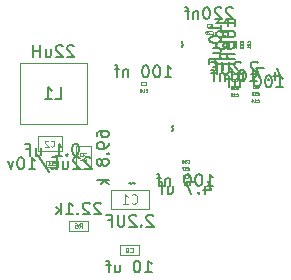
<source format=gbr>
G04 #@! TF.GenerationSoftware,KiCad,Pcbnew,9.0.4*
G04 #@! TF.CreationDate,2025-10-13T14:39:45-04:00*
G04 #@! TF.ProjectId,bldc motor controller,626c6463-206d-46f7-946f-7220636f6e74,rev?*
G04 #@! TF.SameCoordinates,Original*
G04 #@! TF.FileFunction,AssemblyDrawing,Bot*
%FSLAX46Y46*%
G04 Gerber Fmt 4.6, Leading zero omitted, Abs format (unit mm)*
G04 Created by KiCad (PCBNEW 9.0.4) date 2025-10-13 14:39:45*
%MOMM*%
%LPD*%
G01*
G04 APERTURE LIST*
%ADD10C,0.150000*%
%ADD11C,0.040000*%
%ADD12C,0.060000*%
%ADD13C,0.080000*%
%ADD14C,0.120000*%
%ADD15C,0.100000*%
G04 APERTURE END LIST*
D10*
X153052380Y-82650057D02*
X153004761Y-82602438D01*
X153004761Y-82602438D02*
X152909523Y-82554819D01*
X152909523Y-82554819D02*
X152671428Y-82554819D01*
X152671428Y-82554819D02*
X152576190Y-82602438D01*
X152576190Y-82602438D02*
X152528571Y-82650057D01*
X152528571Y-82650057D02*
X152480952Y-82745295D01*
X152480952Y-82745295D02*
X152480952Y-82840533D01*
X152480952Y-82840533D02*
X152528571Y-82983390D01*
X152528571Y-82983390D02*
X153099999Y-83554819D01*
X153099999Y-83554819D02*
X152480952Y-83554819D01*
X152052380Y-83459580D02*
X152004761Y-83507200D01*
X152004761Y-83507200D02*
X152052380Y-83554819D01*
X152052380Y-83554819D02*
X152099999Y-83507200D01*
X152099999Y-83507200D02*
X152052380Y-83459580D01*
X152052380Y-83459580D02*
X152052380Y-83554819D01*
X151623809Y-82650057D02*
X151576190Y-82602438D01*
X151576190Y-82602438D02*
X151480952Y-82554819D01*
X151480952Y-82554819D02*
X151242857Y-82554819D01*
X151242857Y-82554819D02*
X151147619Y-82602438D01*
X151147619Y-82602438D02*
X151100000Y-82650057D01*
X151100000Y-82650057D02*
X151052381Y-82745295D01*
X151052381Y-82745295D02*
X151052381Y-82840533D01*
X151052381Y-82840533D02*
X151100000Y-82983390D01*
X151100000Y-82983390D02*
X151671428Y-83554819D01*
X151671428Y-83554819D02*
X151052381Y-83554819D01*
X150623809Y-82554819D02*
X150623809Y-83364342D01*
X150623809Y-83364342D02*
X150576190Y-83459580D01*
X150576190Y-83459580D02*
X150528571Y-83507200D01*
X150528571Y-83507200D02*
X150433333Y-83554819D01*
X150433333Y-83554819D02*
X150242857Y-83554819D01*
X150242857Y-83554819D02*
X150147619Y-83507200D01*
X150147619Y-83507200D02*
X150100000Y-83459580D01*
X150100000Y-83459580D02*
X150052381Y-83364342D01*
X150052381Y-83364342D02*
X150052381Y-82554819D01*
X149242857Y-83031009D02*
X149576190Y-83031009D01*
X149576190Y-83554819D02*
X149576190Y-82554819D01*
X149576190Y-82554819D02*
X149100000Y-82554819D01*
D11*
X151260714Y-84809765D02*
X151272618Y-84821670D01*
X151272618Y-84821670D02*
X151308333Y-84833574D01*
X151308333Y-84833574D02*
X151332142Y-84833574D01*
X151332142Y-84833574D02*
X151367856Y-84821670D01*
X151367856Y-84821670D02*
X151391666Y-84797860D01*
X151391666Y-84797860D02*
X151403571Y-84774050D01*
X151403571Y-84774050D02*
X151415475Y-84726431D01*
X151415475Y-84726431D02*
X151415475Y-84690717D01*
X151415475Y-84690717D02*
X151403571Y-84643098D01*
X151403571Y-84643098D02*
X151391666Y-84619289D01*
X151391666Y-84619289D02*
X151367856Y-84595479D01*
X151367856Y-84595479D02*
X151332142Y-84583574D01*
X151332142Y-84583574D02*
X151308333Y-84583574D01*
X151308333Y-84583574D02*
X151272618Y-84595479D01*
X151272618Y-84595479D02*
X151260714Y-84607384D01*
X151022618Y-84833574D02*
X151165475Y-84833574D01*
X151094047Y-84833574D02*
X151094047Y-84583574D01*
X151094047Y-84583574D02*
X151117856Y-84619289D01*
X151117856Y-84619289D02*
X151141666Y-84643098D01*
X151141666Y-84643098D02*
X151165475Y-84655003D01*
X150939285Y-84583574D02*
X150784523Y-84583574D01*
X150784523Y-84583574D02*
X150867857Y-84678812D01*
X150867857Y-84678812D02*
X150832142Y-84678812D01*
X150832142Y-84678812D02*
X150808333Y-84690717D01*
X150808333Y-84690717D02*
X150796428Y-84702622D01*
X150796428Y-84702622D02*
X150784523Y-84726431D01*
X150784523Y-84726431D02*
X150784523Y-84785955D01*
X150784523Y-84785955D02*
X150796428Y-84809765D01*
X150796428Y-84809765D02*
X150808333Y-84821670D01*
X150808333Y-84821670D02*
X150832142Y-84833574D01*
X150832142Y-84833574D02*
X150903571Y-84833574D01*
X150903571Y-84833574D02*
X150927380Y-84821670D01*
X150927380Y-84821670D02*
X150939285Y-84809765D01*
D10*
X143509524Y-100384819D02*
X144080952Y-100384819D01*
X143795238Y-100384819D02*
X143795238Y-99384819D01*
X143795238Y-99384819D02*
X143890476Y-99527676D01*
X143890476Y-99527676D02*
X143985714Y-99622914D01*
X143985714Y-99622914D02*
X144080952Y-99670533D01*
X142890476Y-99384819D02*
X142795238Y-99384819D01*
X142795238Y-99384819D02*
X142700000Y-99432438D01*
X142700000Y-99432438D02*
X142652381Y-99480057D01*
X142652381Y-99480057D02*
X142604762Y-99575295D01*
X142604762Y-99575295D02*
X142557143Y-99765771D01*
X142557143Y-99765771D02*
X142557143Y-100003866D01*
X142557143Y-100003866D02*
X142604762Y-100194342D01*
X142604762Y-100194342D02*
X142652381Y-100289580D01*
X142652381Y-100289580D02*
X142700000Y-100337200D01*
X142700000Y-100337200D02*
X142795238Y-100384819D01*
X142795238Y-100384819D02*
X142890476Y-100384819D01*
X142890476Y-100384819D02*
X142985714Y-100337200D01*
X142985714Y-100337200D02*
X143033333Y-100289580D01*
X143033333Y-100289580D02*
X143080952Y-100194342D01*
X143080952Y-100194342D02*
X143128571Y-100003866D01*
X143128571Y-100003866D02*
X143128571Y-99765771D01*
X143128571Y-99765771D02*
X143080952Y-99575295D01*
X143080952Y-99575295D02*
X143033333Y-99480057D01*
X143033333Y-99480057D02*
X142985714Y-99432438D01*
X142985714Y-99432438D02*
X142890476Y-99384819D01*
X140938095Y-99718152D02*
X140938095Y-100384819D01*
X141366666Y-99718152D02*
X141366666Y-100241961D01*
X141366666Y-100241961D02*
X141319047Y-100337200D01*
X141319047Y-100337200D02*
X141223809Y-100384819D01*
X141223809Y-100384819D02*
X141080952Y-100384819D01*
X141080952Y-100384819D02*
X140985714Y-100337200D01*
X140985714Y-100337200D02*
X140938095Y-100289580D01*
X140604761Y-99718152D02*
X140223809Y-99718152D01*
X140461904Y-100384819D02*
X140461904Y-99527676D01*
X140461904Y-99527676D02*
X140414285Y-99432438D01*
X140414285Y-99432438D02*
X140319047Y-99384819D01*
X140319047Y-99384819D02*
X140223809Y-99384819D01*
D12*
X142266666Y-98643832D02*
X142285714Y-98662880D01*
X142285714Y-98662880D02*
X142342856Y-98681927D01*
X142342856Y-98681927D02*
X142380952Y-98681927D01*
X142380952Y-98681927D02*
X142438095Y-98662880D01*
X142438095Y-98662880D02*
X142476190Y-98624784D01*
X142476190Y-98624784D02*
X142495237Y-98586689D01*
X142495237Y-98586689D02*
X142514285Y-98510499D01*
X142514285Y-98510499D02*
X142514285Y-98453356D01*
X142514285Y-98453356D02*
X142495237Y-98377165D01*
X142495237Y-98377165D02*
X142476190Y-98339070D01*
X142476190Y-98339070D02*
X142438095Y-98300975D01*
X142438095Y-98300975D02*
X142380952Y-98281927D01*
X142380952Y-98281927D02*
X142342856Y-98281927D01*
X142342856Y-98281927D02*
X142285714Y-98300975D01*
X142285714Y-98300975D02*
X142266666Y-98320022D01*
X142076190Y-98681927D02*
X141999999Y-98681927D01*
X141999999Y-98681927D02*
X141961904Y-98662880D01*
X141961904Y-98662880D02*
X141942856Y-98643832D01*
X141942856Y-98643832D02*
X141904761Y-98586689D01*
X141904761Y-98586689D02*
X141885714Y-98510499D01*
X141885714Y-98510499D02*
X141885714Y-98358118D01*
X141885714Y-98358118D02*
X141904761Y-98320022D01*
X141904761Y-98320022D02*
X141923809Y-98300975D01*
X141923809Y-98300975D02*
X141961904Y-98281927D01*
X141961904Y-98281927D02*
X142038095Y-98281927D01*
X142038095Y-98281927D02*
X142076190Y-98300975D01*
X142076190Y-98300975D02*
X142095237Y-98320022D01*
X142095237Y-98320022D02*
X142114285Y-98358118D01*
X142114285Y-98358118D02*
X142114285Y-98453356D01*
X142114285Y-98453356D02*
X142095237Y-98491451D01*
X142095237Y-98491451D02*
X142076190Y-98510499D01*
X142076190Y-98510499D02*
X142038095Y-98529546D01*
X142038095Y-98529546D02*
X141961904Y-98529546D01*
X141961904Y-98529546D02*
X141923809Y-98510499D01*
X141923809Y-98510499D02*
X141904761Y-98491451D01*
X141904761Y-98491451D02*
X141885714Y-98453356D01*
D10*
X148735714Y-93054819D02*
X149307142Y-93054819D01*
X149021428Y-93054819D02*
X149021428Y-92054819D01*
X149021428Y-92054819D02*
X149116666Y-92197676D01*
X149116666Y-92197676D02*
X149211904Y-92292914D01*
X149211904Y-92292914D02*
X149307142Y-92340533D01*
X148116666Y-92054819D02*
X148021428Y-92054819D01*
X148021428Y-92054819D02*
X147926190Y-92102438D01*
X147926190Y-92102438D02*
X147878571Y-92150057D01*
X147878571Y-92150057D02*
X147830952Y-92245295D01*
X147830952Y-92245295D02*
X147783333Y-92435771D01*
X147783333Y-92435771D02*
X147783333Y-92673866D01*
X147783333Y-92673866D02*
X147830952Y-92864342D01*
X147830952Y-92864342D02*
X147878571Y-92959580D01*
X147878571Y-92959580D02*
X147926190Y-93007200D01*
X147926190Y-93007200D02*
X148021428Y-93054819D01*
X148021428Y-93054819D02*
X148116666Y-93054819D01*
X148116666Y-93054819D02*
X148211904Y-93007200D01*
X148211904Y-93007200D02*
X148259523Y-92959580D01*
X148259523Y-92959580D02*
X148307142Y-92864342D01*
X148307142Y-92864342D02*
X148354761Y-92673866D01*
X148354761Y-92673866D02*
X148354761Y-92435771D01*
X148354761Y-92435771D02*
X148307142Y-92245295D01*
X148307142Y-92245295D02*
X148259523Y-92150057D01*
X148259523Y-92150057D02*
X148211904Y-92102438D01*
X148211904Y-92102438D02*
X148116666Y-92054819D01*
X147164285Y-92054819D02*
X147069047Y-92054819D01*
X147069047Y-92054819D02*
X146973809Y-92102438D01*
X146973809Y-92102438D02*
X146926190Y-92150057D01*
X146926190Y-92150057D02*
X146878571Y-92245295D01*
X146878571Y-92245295D02*
X146830952Y-92435771D01*
X146830952Y-92435771D02*
X146830952Y-92673866D01*
X146830952Y-92673866D02*
X146878571Y-92864342D01*
X146878571Y-92864342D02*
X146926190Y-92959580D01*
X146926190Y-92959580D02*
X146973809Y-93007200D01*
X146973809Y-93007200D02*
X147069047Y-93054819D01*
X147069047Y-93054819D02*
X147164285Y-93054819D01*
X147164285Y-93054819D02*
X147259523Y-93007200D01*
X147259523Y-93007200D02*
X147307142Y-92959580D01*
X147307142Y-92959580D02*
X147354761Y-92864342D01*
X147354761Y-92864342D02*
X147402380Y-92673866D01*
X147402380Y-92673866D02*
X147402380Y-92435771D01*
X147402380Y-92435771D02*
X147354761Y-92245295D01*
X147354761Y-92245295D02*
X147307142Y-92150057D01*
X147307142Y-92150057D02*
X147259523Y-92102438D01*
X147259523Y-92102438D02*
X147164285Y-92054819D01*
X145640475Y-92388152D02*
X145640475Y-93054819D01*
X145640475Y-92483390D02*
X145592856Y-92435771D01*
X145592856Y-92435771D02*
X145497618Y-92388152D01*
X145497618Y-92388152D02*
X145354761Y-92388152D01*
X145354761Y-92388152D02*
X145259523Y-92435771D01*
X145259523Y-92435771D02*
X145211904Y-92531009D01*
X145211904Y-92531009D02*
X145211904Y-93054819D01*
X144878570Y-92388152D02*
X144497618Y-92388152D01*
X144735713Y-93054819D02*
X144735713Y-92197676D01*
X144735713Y-92197676D02*
X144688094Y-92102438D01*
X144688094Y-92102438D02*
X144592856Y-92054819D01*
X144592856Y-92054819D02*
X144497618Y-92054819D01*
D11*
X147110714Y-91069765D02*
X147122618Y-91081670D01*
X147122618Y-91081670D02*
X147158333Y-91093574D01*
X147158333Y-91093574D02*
X147182142Y-91093574D01*
X147182142Y-91093574D02*
X147217856Y-91081670D01*
X147217856Y-91081670D02*
X147241666Y-91057860D01*
X147241666Y-91057860D02*
X147253571Y-91034050D01*
X147253571Y-91034050D02*
X147265475Y-90986431D01*
X147265475Y-90986431D02*
X147265475Y-90950717D01*
X147265475Y-90950717D02*
X147253571Y-90903098D01*
X147253571Y-90903098D02*
X147241666Y-90879289D01*
X147241666Y-90879289D02*
X147217856Y-90855479D01*
X147217856Y-90855479D02*
X147182142Y-90843574D01*
X147182142Y-90843574D02*
X147158333Y-90843574D01*
X147158333Y-90843574D02*
X147122618Y-90855479D01*
X147122618Y-90855479D02*
X147110714Y-90867384D01*
X146872618Y-91093574D02*
X147015475Y-91093574D01*
X146944047Y-91093574D02*
X146944047Y-90843574D01*
X146944047Y-90843574D02*
X146967856Y-90879289D01*
X146967856Y-90879289D02*
X146991666Y-90903098D01*
X146991666Y-90903098D02*
X147015475Y-90915003D01*
X146658333Y-90843574D02*
X146705952Y-90843574D01*
X146705952Y-90843574D02*
X146729761Y-90855479D01*
X146729761Y-90855479D02*
X146741666Y-90867384D01*
X146741666Y-90867384D02*
X146765476Y-90903098D01*
X146765476Y-90903098D02*
X146777380Y-90950717D01*
X146777380Y-90950717D02*
X146777380Y-91045955D01*
X146777380Y-91045955D02*
X146765476Y-91069765D01*
X146765476Y-91069765D02*
X146753571Y-91081670D01*
X146753571Y-91081670D02*
X146729761Y-91093574D01*
X146729761Y-91093574D02*
X146682142Y-91093574D01*
X146682142Y-91093574D02*
X146658333Y-91081670D01*
X146658333Y-91081670D02*
X146646428Y-91069765D01*
X146646428Y-91069765D02*
X146634523Y-91045955D01*
X146634523Y-91045955D02*
X146634523Y-90986431D01*
X146634523Y-90986431D02*
X146646428Y-90962622D01*
X146646428Y-90962622D02*
X146658333Y-90950717D01*
X146658333Y-90950717D02*
X146682142Y-90938812D01*
X146682142Y-90938812D02*
X146729761Y-90938812D01*
X146729761Y-90938812D02*
X146753571Y-90950717D01*
X146753571Y-90950717D02*
X146765476Y-90962622D01*
X146765476Y-90962622D02*
X146777380Y-90986431D01*
D10*
X150926190Y-78025057D02*
X150878571Y-77977438D01*
X150878571Y-77977438D02*
X150783333Y-77929819D01*
X150783333Y-77929819D02*
X150545238Y-77929819D01*
X150545238Y-77929819D02*
X150450000Y-77977438D01*
X150450000Y-77977438D02*
X150402381Y-78025057D01*
X150402381Y-78025057D02*
X150354762Y-78120295D01*
X150354762Y-78120295D02*
X150354762Y-78215533D01*
X150354762Y-78215533D02*
X150402381Y-78358390D01*
X150402381Y-78358390D02*
X150973809Y-78929819D01*
X150973809Y-78929819D02*
X150354762Y-78929819D01*
X149973809Y-78025057D02*
X149926190Y-77977438D01*
X149926190Y-77977438D02*
X149830952Y-77929819D01*
X149830952Y-77929819D02*
X149592857Y-77929819D01*
X149592857Y-77929819D02*
X149497619Y-77977438D01*
X149497619Y-77977438D02*
X149450000Y-78025057D01*
X149450000Y-78025057D02*
X149402381Y-78120295D01*
X149402381Y-78120295D02*
X149402381Y-78215533D01*
X149402381Y-78215533D02*
X149450000Y-78358390D01*
X149450000Y-78358390D02*
X150021428Y-78929819D01*
X150021428Y-78929819D02*
X149402381Y-78929819D01*
X148783333Y-77929819D02*
X148688095Y-77929819D01*
X148688095Y-77929819D02*
X148592857Y-77977438D01*
X148592857Y-77977438D02*
X148545238Y-78025057D01*
X148545238Y-78025057D02*
X148497619Y-78120295D01*
X148497619Y-78120295D02*
X148450000Y-78310771D01*
X148450000Y-78310771D02*
X148450000Y-78548866D01*
X148450000Y-78548866D02*
X148497619Y-78739342D01*
X148497619Y-78739342D02*
X148545238Y-78834580D01*
X148545238Y-78834580D02*
X148592857Y-78882200D01*
X148592857Y-78882200D02*
X148688095Y-78929819D01*
X148688095Y-78929819D02*
X148783333Y-78929819D01*
X148783333Y-78929819D02*
X148878571Y-78882200D01*
X148878571Y-78882200D02*
X148926190Y-78834580D01*
X148926190Y-78834580D02*
X148973809Y-78739342D01*
X148973809Y-78739342D02*
X149021428Y-78548866D01*
X149021428Y-78548866D02*
X149021428Y-78310771D01*
X149021428Y-78310771D02*
X148973809Y-78120295D01*
X148973809Y-78120295D02*
X148926190Y-78025057D01*
X148926190Y-78025057D02*
X148878571Y-77977438D01*
X148878571Y-77977438D02*
X148783333Y-77929819D01*
X148021428Y-78263152D02*
X148021428Y-78929819D01*
X148021428Y-78358390D02*
X147973809Y-78310771D01*
X147973809Y-78310771D02*
X147878571Y-78263152D01*
X147878571Y-78263152D02*
X147735714Y-78263152D01*
X147735714Y-78263152D02*
X147640476Y-78310771D01*
X147640476Y-78310771D02*
X147592857Y-78406009D01*
X147592857Y-78406009D02*
X147592857Y-78929819D01*
X147259523Y-78263152D02*
X146878571Y-78263152D01*
X147116666Y-78929819D02*
X147116666Y-78072676D01*
X147116666Y-78072676D02*
X147069047Y-77977438D01*
X147069047Y-77977438D02*
X146973809Y-77929819D01*
X146973809Y-77929819D02*
X146878571Y-77929819D01*
D11*
X149110714Y-80184765D02*
X149122618Y-80196670D01*
X149122618Y-80196670D02*
X149158333Y-80208574D01*
X149158333Y-80208574D02*
X149182142Y-80208574D01*
X149182142Y-80208574D02*
X149217856Y-80196670D01*
X149217856Y-80196670D02*
X149241666Y-80172860D01*
X149241666Y-80172860D02*
X149253571Y-80149050D01*
X149253571Y-80149050D02*
X149265475Y-80101431D01*
X149265475Y-80101431D02*
X149265475Y-80065717D01*
X149265475Y-80065717D02*
X149253571Y-80018098D01*
X149253571Y-80018098D02*
X149241666Y-79994289D01*
X149241666Y-79994289D02*
X149217856Y-79970479D01*
X149217856Y-79970479D02*
X149182142Y-79958574D01*
X149182142Y-79958574D02*
X149158333Y-79958574D01*
X149158333Y-79958574D02*
X149122618Y-79970479D01*
X149122618Y-79970479D02*
X149110714Y-79982384D01*
X149015475Y-79982384D02*
X149003571Y-79970479D01*
X149003571Y-79970479D02*
X148979761Y-79958574D01*
X148979761Y-79958574D02*
X148920237Y-79958574D01*
X148920237Y-79958574D02*
X148896428Y-79970479D01*
X148896428Y-79970479D02*
X148884523Y-79982384D01*
X148884523Y-79982384D02*
X148872618Y-80006193D01*
X148872618Y-80006193D02*
X148872618Y-80030003D01*
X148872618Y-80030003D02*
X148884523Y-80065717D01*
X148884523Y-80065717D02*
X149027380Y-80208574D01*
X149027380Y-80208574D02*
X148872618Y-80208574D01*
X148717857Y-79958574D02*
X148694047Y-79958574D01*
X148694047Y-79958574D02*
X148670238Y-79970479D01*
X148670238Y-79970479D02*
X148658333Y-79982384D01*
X148658333Y-79982384D02*
X148646428Y-80006193D01*
X148646428Y-80006193D02*
X148634523Y-80053812D01*
X148634523Y-80053812D02*
X148634523Y-80113336D01*
X148634523Y-80113336D02*
X148646428Y-80160955D01*
X148646428Y-80160955D02*
X148658333Y-80184765D01*
X148658333Y-80184765D02*
X148670238Y-80196670D01*
X148670238Y-80196670D02*
X148694047Y-80208574D01*
X148694047Y-80208574D02*
X148717857Y-80208574D01*
X148717857Y-80208574D02*
X148741666Y-80196670D01*
X148741666Y-80196670D02*
X148753571Y-80184765D01*
X148753571Y-80184765D02*
X148765476Y-80160955D01*
X148765476Y-80160955D02*
X148777380Y-80113336D01*
X148777380Y-80113336D02*
X148777380Y-80053812D01*
X148777380Y-80053812D02*
X148765476Y-80006193D01*
X148765476Y-80006193D02*
X148753571Y-79982384D01*
X148753571Y-79982384D02*
X148741666Y-79970479D01*
X148741666Y-79970479D02*
X148717857Y-79958574D01*
D10*
X150554819Y-79527380D02*
X150554819Y-78955952D01*
X150554819Y-79241666D02*
X149554819Y-79241666D01*
X149554819Y-79241666D02*
X149697676Y-79146428D01*
X149697676Y-79146428D02*
X149792914Y-79051190D01*
X149792914Y-79051190D02*
X149840533Y-78955952D01*
X149554819Y-80146428D02*
X149554819Y-80241666D01*
X149554819Y-80241666D02*
X149602438Y-80336904D01*
X149602438Y-80336904D02*
X149650057Y-80384523D01*
X149650057Y-80384523D02*
X149745295Y-80432142D01*
X149745295Y-80432142D02*
X149935771Y-80479761D01*
X149935771Y-80479761D02*
X150173866Y-80479761D01*
X150173866Y-80479761D02*
X150364342Y-80432142D01*
X150364342Y-80432142D02*
X150459580Y-80384523D01*
X150459580Y-80384523D02*
X150507200Y-80336904D01*
X150507200Y-80336904D02*
X150554819Y-80241666D01*
X150554819Y-80241666D02*
X150554819Y-80146428D01*
X150554819Y-80146428D02*
X150507200Y-80051190D01*
X150507200Y-80051190D02*
X150459580Y-80003571D01*
X150459580Y-80003571D02*
X150364342Y-79955952D01*
X150364342Y-79955952D02*
X150173866Y-79908333D01*
X150173866Y-79908333D02*
X149935771Y-79908333D01*
X149935771Y-79908333D02*
X149745295Y-79955952D01*
X149745295Y-79955952D02*
X149650057Y-80003571D01*
X149650057Y-80003571D02*
X149602438Y-80051190D01*
X149602438Y-80051190D02*
X149554819Y-80146428D01*
X149554819Y-81098809D02*
X149554819Y-81194047D01*
X149554819Y-81194047D02*
X149602438Y-81289285D01*
X149602438Y-81289285D02*
X149650057Y-81336904D01*
X149650057Y-81336904D02*
X149745295Y-81384523D01*
X149745295Y-81384523D02*
X149935771Y-81432142D01*
X149935771Y-81432142D02*
X150173866Y-81432142D01*
X150173866Y-81432142D02*
X150364342Y-81384523D01*
X150364342Y-81384523D02*
X150459580Y-81336904D01*
X150459580Y-81336904D02*
X150507200Y-81289285D01*
X150507200Y-81289285D02*
X150554819Y-81194047D01*
X150554819Y-81194047D02*
X150554819Y-81098809D01*
X150554819Y-81098809D02*
X150507200Y-81003571D01*
X150507200Y-81003571D02*
X150459580Y-80955952D01*
X150459580Y-80955952D02*
X150364342Y-80908333D01*
X150364342Y-80908333D02*
X150173866Y-80860714D01*
X150173866Y-80860714D02*
X149935771Y-80860714D01*
X149935771Y-80860714D02*
X149745295Y-80908333D01*
X149745295Y-80908333D02*
X149650057Y-80955952D01*
X149650057Y-80955952D02*
X149602438Y-81003571D01*
X149602438Y-81003571D02*
X149554819Y-81098809D01*
X149888152Y-81860714D02*
X150554819Y-81860714D01*
X149983390Y-81860714D02*
X149935771Y-81908333D01*
X149935771Y-81908333D02*
X149888152Y-82003571D01*
X149888152Y-82003571D02*
X149888152Y-82146428D01*
X149888152Y-82146428D02*
X149935771Y-82241666D01*
X149935771Y-82241666D02*
X150031009Y-82289285D01*
X150031009Y-82289285D02*
X150554819Y-82289285D01*
X150031009Y-83098809D02*
X150031009Y-82765476D01*
X150554819Y-82765476D02*
X149554819Y-82765476D01*
X149554819Y-82765476D02*
X149554819Y-83241666D01*
D11*
X151809765Y-80914285D02*
X151821670Y-80902381D01*
X151821670Y-80902381D02*
X151833574Y-80866666D01*
X151833574Y-80866666D02*
X151833574Y-80842857D01*
X151833574Y-80842857D02*
X151821670Y-80807143D01*
X151821670Y-80807143D02*
X151797860Y-80783333D01*
X151797860Y-80783333D02*
X151774050Y-80771428D01*
X151774050Y-80771428D02*
X151726431Y-80759524D01*
X151726431Y-80759524D02*
X151690717Y-80759524D01*
X151690717Y-80759524D02*
X151643098Y-80771428D01*
X151643098Y-80771428D02*
X151619289Y-80783333D01*
X151619289Y-80783333D02*
X151595479Y-80807143D01*
X151595479Y-80807143D02*
X151583574Y-80842857D01*
X151583574Y-80842857D02*
X151583574Y-80866666D01*
X151583574Y-80866666D02*
X151595479Y-80902381D01*
X151595479Y-80902381D02*
X151607384Y-80914285D01*
X151607384Y-81009524D02*
X151595479Y-81021428D01*
X151595479Y-81021428D02*
X151583574Y-81045238D01*
X151583574Y-81045238D02*
X151583574Y-81104762D01*
X151583574Y-81104762D02*
X151595479Y-81128571D01*
X151595479Y-81128571D02*
X151607384Y-81140476D01*
X151607384Y-81140476D02*
X151631193Y-81152381D01*
X151631193Y-81152381D02*
X151655003Y-81152381D01*
X151655003Y-81152381D02*
X151690717Y-81140476D01*
X151690717Y-81140476D02*
X151833574Y-80997619D01*
X151833574Y-80997619D02*
X151833574Y-81152381D01*
X151583574Y-81235714D02*
X151583574Y-81390476D01*
X151583574Y-81390476D02*
X151678812Y-81307142D01*
X151678812Y-81307142D02*
X151678812Y-81342857D01*
X151678812Y-81342857D02*
X151690717Y-81366666D01*
X151690717Y-81366666D02*
X151702622Y-81378571D01*
X151702622Y-81378571D02*
X151726431Y-81390476D01*
X151726431Y-81390476D02*
X151785955Y-81390476D01*
X151785955Y-81390476D02*
X151809765Y-81378571D01*
X151809765Y-81378571D02*
X151821670Y-81366666D01*
X151821670Y-81366666D02*
X151833574Y-81342857D01*
X151833574Y-81342857D02*
X151833574Y-81271428D01*
X151833574Y-81271428D02*
X151821670Y-81247619D01*
X151821670Y-81247619D02*
X151809765Y-81235714D01*
D10*
X137488094Y-81250057D02*
X137440475Y-81202438D01*
X137440475Y-81202438D02*
X137345237Y-81154819D01*
X137345237Y-81154819D02*
X137107142Y-81154819D01*
X137107142Y-81154819D02*
X137011904Y-81202438D01*
X137011904Y-81202438D02*
X136964285Y-81250057D01*
X136964285Y-81250057D02*
X136916666Y-81345295D01*
X136916666Y-81345295D02*
X136916666Y-81440533D01*
X136916666Y-81440533D02*
X136964285Y-81583390D01*
X136964285Y-81583390D02*
X137535713Y-82154819D01*
X137535713Y-82154819D02*
X136916666Y-82154819D01*
X136535713Y-81250057D02*
X136488094Y-81202438D01*
X136488094Y-81202438D02*
X136392856Y-81154819D01*
X136392856Y-81154819D02*
X136154761Y-81154819D01*
X136154761Y-81154819D02*
X136059523Y-81202438D01*
X136059523Y-81202438D02*
X136011904Y-81250057D01*
X136011904Y-81250057D02*
X135964285Y-81345295D01*
X135964285Y-81345295D02*
X135964285Y-81440533D01*
X135964285Y-81440533D02*
X136011904Y-81583390D01*
X136011904Y-81583390D02*
X136583332Y-82154819D01*
X136583332Y-82154819D02*
X135964285Y-82154819D01*
X135107142Y-81488152D02*
X135107142Y-82154819D01*
X135535713Y-81488152D02*
X135535713Y-82011961D01*
X135535713Y-82011961D02*
X135488094Y-82107200D01*
X135488094Y-82107200D02*
X135392856Y-82154819D01*
X135392856Y-82154819D02*
X135249999Y-82154819D01*
X135249999Y-82154819D02*
X135154761Y-82107200D01*
X135154761Y-82107200D02*
X135107142Y-82059580D01*
X134630951Y-82154819D02*
X134630951Y-81154819D01*
X134630951Y-81631009D02*
X134059523Y-81631009D01*
X134059523Y-82154819D02*
X134059523Y-81154819D01*
X135916666Y-85704819D02*
X136392856Y-85704819D01*
X136392856Y-85704819D02*
X136392856Y-84704819D01*
X135059523Y-85704819D02*
X135630951Y-85704819D01*
X135345237Y-85704819D02*
X135345237Y-84704819D01*
X135345237Y-84704819D02*
X135440475Y-84847676D01*
X135440475Y-84847676D02*
X135535713Y-84942914D01*
X135535713Y-84942914D02*
X135630951Y-84990533D01*
X146716366Y-80813095D02*
X146668747Y-80860714D01*
X146668747Y-80860714D02*
X146621128Y-80955952D01*
X146621128Y-80955952D02*
X146716366Y-81146428D01*
X146716366Y-81146428D02*
X146668747Y-81241666D01*
X146668747Y-81241666D02*
X146621128Y-81289285D01*
X142669154Y-92873866D02*
X142621535Y-92826247D01*
X142621535Y-92826247D02*
X142526297Y-92778628D01*
X142526297Y-92778628D02*
X142335821Y-92873866D01*
X142335821Y-92873866D02*
X142240583Y-92826247D01*
X142240583Y-92826247D02*
X142192964Y-92778628D01*
X148592857Y-93038152D02*
X148592857Y-93704819D01*
X148830952Y-92657200D02*
X149069047Y-93371485D01*
X149069047Y-93371485D02*
X148450000Y-93371485D01*
X148069047Y-93609580D02*
X148021428Y-93657200D01*
X148021428Y-93657200D02*
X148069047Y-93704819D01*
X148069047Y-93704819D02*
X148116666Y-93657200D01*
X148116666Y-93657200D02*
X148069047Y-93609580D01*
X148069047Y-93609580D02*
X148069047Y-93704819D01*
X147688095Y-92704819D02*
X147021429Y-92704819D01*
X147021429Y-92704819D02*
X147450000Y-93704819D01*
X145450000Y-93038152D02*
X145450000Y-93704819D01*
X145878571Y-93038152D02*
X145878571Y-93561961D01*
X145878571Y-93561961D02*
X145830952Y-93657200D01*
X145830952Y-93657200D02*
X145735714Y-93704819D01*
X145735714Y-93704819D02*
X145592857Y-93704819D01*
X145592857Y-93704819D02*
X145497619Y-93657200D01*
X145497619Y-93657200D02*
X145450000Y-93609580D01*
X145116666Y-93038152D02*
X144735714Y-93038152D01*
X144973809Y-93704819D02*
X144973809Y-92847676D01*
X144973809Y-92847676D02*
X144926190Y-92752438D01*
X144926190Y-92752438D02*
X144830952Y-92704819D01*
X144830952Y-92704819D02*
X144735714Y-92704819D01*
D11*
X147110714Y-91719765D02*
X147122618Y-91731670D01*
X147122618Y-91731670D02*
X147158333Y-91743574D01*
X147158333Y-91743574D02*
X147182142Y-91743574D01*
X147182142Y-91743574D02*
X147217856Y-91731670D01*
X147217856Y-91731670D02*
X147241666Y-91707860D01*
X147241666Y-91707860D02*
X147253571Y-91684050D01*
X147253571Y-91684050D02*
X147265475Y-91636431D01*
X147265475Y-91636431D02*
X147265475Y-91600717D01*
X147265475Y-91600717D02*
X147253571Y-91553098D01*
X147253571Y-91553098D02*
X147241666Y-91529289D01*
X147241666Y-91529289D02*
X147217856Y-91505479D01*
X147217856Y-91505479D02*
X147182142Y-91493574D01*
X147182142Y-91493574D02*
X147158333Y-91493574D01*
X147158333Y-91493574D02*
X147122618Y-91505479D01*
X147122618Y-91505479D02*
X147110714Y-91517384D01*
X146872618Y-91743574D02*
X147015475Y-91743574D01*
X146944047Y-91743574D02*
X146944047Y-91493574D01*
X146944047Y-91493574D02*
X146967856Y-91529289D01*
X146967856Y-91529289D02*
X146991666Y-91553098D01*
X146991666Y-91553098D02*
X147015475Y-91565003D01*
X146789285Y-91493574D02*
X146622619Y-91493574D01*
X146622619Y-91493574D02*
X146729761Y-91743574D01*
D10*
X154635714Y-84704819D02*
X155207142Y-84704819D01*
X154921428Y-84704819D02*
X154921428Y-83704819D01*
X154921428Y-83704819D02*
X155016666Y-83847676D01*
X155016666Y-83847676D02*
X155111904Y-83942914D01*
X155111904Y-83942914D02*
X155207142Y-83990533D01*
X154016666Y-83704819D02*
X153921428Y-83704819D01*
X153921428Y-83704819D02*
X153826190Y-83752438D01*
X153826190Y-83752438D02*
X153778571Y-83800057D01*
X153778571Y-83800057D02*
X153730952Y-83895295D01*
X153730952Y-83895295D02*
X153683333Y-84085771D01*
X153683333Y-84085771D02*
X153683333Y-84323866D01*
X153683333Y-84323866D02*
X153730952Y-84514342D01*
X153730952Y-84514342D02*
X153778571Y-84609580D01*
X153778571Y-84609580D02*
X153826190Y-84657200D01*
X153826190Y-84657200D02*
X153921428Y-84704819D01*
X153921428Y-84704819D02*
X154016666Y-84704819D01*
X154016666Y-84704819D02*
X154111904Y-84657200D01*
X154111904Y-84657200D02*
X154159523Y-84609580D01*
X154159523Y-84609580D02*
X154207142Y-84514342D01*
X154207142Y-84514342D02*
X154254761Y-84323866D01*
X154254761Y-84323866D02*
X154254761Y-84085771D01*
X154254761Y-84085771D02*
X154207142Y-83895295D01*
X154207142Y-83895295D02*
X154159523Y-83800057D01*
X154159523Y-83800057D02*
X154111904Y-83752438D01*
X154111904Y-83752438D02*
X154016666Y-83704819D01*
X153064285Y-83704819D02*
X152969047Y-83704819D01*
X152969047Y-83704819D02*
X152873809Y-83752438D01*
X152873809Y-83752438D02*
X152826190Y-83800057D01*
X152826190Y-83800057D02*
X152778571Y-83895295D01*
X152778571Y-83895295D02*
X152730952Y-84085771D01*
X152730952Y-84085771D02*
X152730952Y-84323866D01*
X152730952Y-84323866D02*
X152778571Y-84514342D01*
X152778571Y-84514342D02*
X152826190Y-84609580D01*
X152826190Y-84609580D02*
X152873809Y-84657200D01*
X152873809Y-84657200D02*
X152969047Y-84704819D01*
X152969047Y-84704819D02*
X153064285Y-84704819D01*
X153064285Y-84704819D02*
X153159523Y-84657200D01*
X153159523Y-84657200D02*
X153207142Y-84609580D01*
X153207142Y-84609580D02*
X153254761Y-84514342D01*
X153254761Y-84514342D02*
X153302380Y-84323866D01*
X153302380Y-84323866D02*
X153302380Y-84085771D01*
X153302380Y-84085771D02*
X153254761Y-83895295D01*
X153254761Y-83895295D02*
X153207142Y-83800057D01*
X153207142Y-83800057D02*
X153159523Y-83752438D01*
X153159523Y-83752438D02*
X153064285Y-83704819D01*
X151540475Y-84038152D02*
X151540475Y-84704819D01*
X151540475Y-84133390D02*
X151492856Y-84085771D01*
X151492856Y-84085771D02*
X151397618Y-84038152D01*
X151397618Y-84038152D02*
X151254761Y-84038152D01*
X151254761Y-84038152D02*
X151159523Y-84085771D01*
X151159523Y-84085771D02*
X151111904Y-84181009D01*
X151111904Y-84181009D02*
X151111904Y-84704819D01*
X150778570Y-84038152D02*
X150397618Y-84038152D01*
X150635713Y-84704819D02*
X150635713Y-83847676D01*
X150635713Y-83847676D02*
X150588094Y-83752438D01*
X150588094Y-83752438D02*
X150492856Y-83704819D01*
X150492856Y-83704819D02*
X150397618Y-83704819D01*
D11*
X153010714Y-85959765D02*
X153022618Y-85971670D01*
X153022618Y-85971670D02*
X153058333Y-85983574D01*
X153058333Y-85983574D02*
X153082142Y-85983574D01*
X153082142Y-85983574D02*
X153117856Y-85971670D01*
X153117856Y-85971670D02*
X153141666Y-85947860D01*
X153141666Y-85947860D02*
X153153571Y-85924050D01*
X153153571Y-85924050D02*
X153165475Y-85876431D01*
X153165475Y-85876431D02*
X153165475Y-85840717D01*
X153165475Y-85840717D02*
X153153571Y-85793098D01*
X153153571Y-85793098D02*
X153141666Y-85769289D01*
X153141666Y-85769289D02*
X153117856Y-85745479D01*
X153117856Y-85745479D02*
X153082142Y-85733574D01*
X153082142Y-85733574D02*
X153058333Y-85733574D01*
X153058333Y-85733574D02*
X153022618Y-85745479D01*
X153022618Y-85745479D02*
X153010714Y-85757384D01*
X152772618Y-85983574D02*
X152915475Y-85983574D01*
X152844047Y-85983574D02*
X152844047Y-85733574D01*
X152844047Y-85733574D02*
X152867856Y-85769289D01*
X152867856Y-85769289D02*
X152891666Y-85793098D01*
X152891666Y-85793098D02*
X152915475Y-85805003D01*
X152558333Y-85816908D02*
X152558333Y-85983574D01*
X152617857Y-85721670D02*
X152677380Y-85900241D01*
X152677380Y-85900241D02*
X152522619Y-85900241D01*
D10*
X151154819Y-79527380D02*
X151154819Y-78955952D01*
X151154819Y-79241666D02*
X150154819Y-79241666D01*
X150154819Y-79241666D02*
X150297676Y-79146428D01*
X150297676Y-79146428D02*
X150392914Y-79051190D01*
X150392914Y-79051190D02*
X150440533Y-78955952D01*
X150154819Y-80146428D02*
X150154819Y-80241666D01*
X150154819Y-80241666D02*
X150202438Y-80336904D01*
X150202438Y-80336904D02*
X150250057Y-80384523D01*
X150250057Y-80384523D02*
X150345295Y-80432142D01*
X150345295Y-80432142D02*
X150535771Y-80479761D01*
X150535771Y-80479761D02*
X150773866Y-80479761D01*
X150773866Y-80479761D02*
X150964342Y-80432142D01*
X150964342Y-80432142D02*
X151059580Y-80384523D01*
X151059580Y-80384523D02*
X151107200Y-80336904D01*
X151107200Y-80336904D02*
X151154819Y-80241666D01*
X151154819Y-80241666D02*
X151154819Y-80146428D01*
X151154819Y-80146428D02*
X151107200Y-80051190D01*
X151107200Y-80051190D02*
X151059580Y-80003571D01*
X151059580Y-80003571D02*
X150964342Y-79955952D01*
X150964342Y-79955952D02*
X150773866Y-79908333D01*
X150773866Y-79908333D02*
X150535771Y-79908333D01*
X150535771Y-79908333D02*
X150345295Y-79955952D01*
X150345295Y-79955952D02*
X150250057Y-80003571D01*
X150250057Y-80003571D02*
X150202438Y-80051190D01*
X150202438Y-80051190D02*
X150154819Y-80146428D01*
X150154819Y-81098809D02*
X150154819Y-81194047D01*
X150154819Y-81194047D02*
X150202438Y-81289285D01*
X150202438Y-81289285D02*
X150250057Y-81336904D01*
X150250057Y-81336904D02*
X150345295Y-81384523D01*
X150345295Y-81384523D02*
X150535771Y-81432142D01*
X150535771Y-81432142D02*
X150773866Y-81432142D01*
X150773866Y-81432142D02*
X150964342Y-81384523D01*
X150964342Y-81384523D02*
X151059580Y-81336904D01*
X151059580Y-81336904D02*
X151107200Y-81289285D01*
X151107200Y-81289285D02*
X151154819Y-81194047D01*
X151154819Y-81194047D02*
X151154819Y-81098809D01*
X151154819Y-81098809D02*
X151107200Y-81003571D01*
X151107200Y-81003571D02*
X151059580Y-80955952D01*
X151059580Y-80955952D02*
X150964342Y-80908333D01*
X150964342Y-80908333D02*
X150773866Y-80860714D01*
X150773866Y-80860714D02*
X150535771Y-80860714D01*
X150535771Y-80860714D02*
X150345295Y-80908333D01*
X150345295Y-80908333D02*
X150250057Y-80955952D01*
X150250057Y-80955952D02*
X150202438Y-81003571D01*
X150202438Y-81003571D02*
X150154819Y-81098809D01*
X150488152Y-81860714D02*
X151154819Y-81860714D01*
X150583390Y-81860714D02*
X150535771Y-81908333D01*
X150535771Y-81908333D02*
X150488152Y-82003571D01*
X150488152Y-82003571D02*
X150488152Y-82146428D01*
X150488152Y-82146428D02*
X150535771Y-82241666D01*
X150535771Y-82241666D02*
X150631009Y-82289285D01*
X150631009Y-82289285D02*
X151154819Y-82289285D01*
X150631009Y-83098809D02*
X150631009Y-82765476D01*
X151154819Y-82765476D02*
X150154819Y-82765476D01*
X150154819Y-82765476D02*
X150154819Y-83241666D01*
D11*
X152409765Y-80914285D02*
X152421670Y-80902381D01*
X152421670Y-80902381D02*
X152433574Y-80866666D01*
X152433574Y-80866666D02*
X152433574Y-80842857D01*
X152433574Y-80842857D02*
X152421670Y-80807143D01*
X152421670Y-80807143D02*
X152397860Y-80783333D01*
X152397860Y-80783333D02*
X152374050Y-80771428D01*
X152374050Y-80771428D02*
X152326431Y-80759524D01*
X152326431Y-80759524D02*
X152290717Y-80759524D01*
X152290717Y-80759524D02*
X152243098Y-80771428D01*
X152243098Y-80771428D02*
X152219289Y-80783333D01*
X152219289Y-80783333D02*
X152195479Y-80807143D01*
X152195479Y-80807143D02*
X152183574Y-80842857D01*
X152183574Y-80842857D02*
X152183574Y-80866666D01*
X152183574Y-80866666D02*
X152195479Y-80902381D01*
X152195479Y-80902381D02*
X152207384Y-80914285D01*
X152207384Y-81009524D02*
X152195479Y-81021428D01*
X152195479Y-81021428D02*
X152183574Y-81045238D01*
X152183574Y-81045238D02*
X152183574Y-81104762D01*
X152183574Y-81104762D02*
X152195479Y-81128571D01*
X152195479Y-81128571D02*
X152207384Y-81140476D01*
X152207384Y-81140476D02*
X152231193Y-81152381D01*
X152231193Y-81152381D02*
X152255003Y-81152381D01*
X152255003Y-81152381D02*
X152290717Y-81140476D01*
X152290717Y-81140476D02*
X152433574Y-80997619D01*
X152433574Y-80997619D02*
X152433574Y-81152381D01*
X152433574Y-81390476D02*
X152433574Y-81247619D01*
X152433574Y-81319047D02*
X152183574Y-81319047D01*
X152183574Y-81319047D02*
X152219289Y-81295238D01*
X152219289Y-81295238D02*
X152243098Y-81271428D01*
X152243098Y-81271428D02*
X152255003Y-81247619D01*
D10*
X145923358Y-87938095D02*
X145875739Y-87985714D01*
X145875739Y-87985714D02*
X145828120Y-88080952D01*
X145828120Y-88080952D02*
X145923358Y-88271428D01*
X145923358Y-88271428D02*
X145875739Y-88366666D01*
X145875739Y-88366666D02*
X145828120Y-88414285D01*
X136061904Y-91632866D02*
X136014285Y-91585247D01*
X136014285Y-91585247D02*
X135919047Y-91537628D01*
X135919047Y-91537628D02*
X135728571Y-91632866D01*
X135728571Y-91632866D02*
X135633333Y-91585247D01*
X135633333Y-91585247D02*
X135585714Y-91537628D01*
X139780951Y-94570057D02*
X139733332Y-94522438D01*
X139733332Y-94522438D02*
X139638094Y-94474819D01*
X139638094Y-94474819D02*
X139399999Y-94474819D01*
X139399999Y-94474819D02*
X139304761Y-94522438D01*
X139304761Y-94522438D02*
X139257142Y-94570057D01*
X139257142Y-94570057D02*
X139209523Y-94665295D01*
X139209523Y-94665295D02*
X139209523Y-94760533D01*
X139209523Y-94760533D02*
X139257142Y-94903390D01*
X139257142Y-94903390D02*
X139828570Y-95474819D01*
X139828570Y-95474819D02*
X139209523Y-95474819D01*
X138828570Y-94570057D02*
X138780951Y-94522438D01*
X138780951Y-94522438D02*
X138685713Y-94474819D01*
X138685713Y-94474819D02*
X138447618Y-94474819D01*
X138447618Y-94474819D02*
X138352380Y-94522438D01*
X138352380Y-94522438D02*
X138304761Y-94570057D01*
X138304761Y-94570057D02*
X138257142Y-94665295D01*
X138257142Y-94665295D02*
X138257142Y-94760533D01*
X138257142Y-94760533D02*
X138304761Y-94903390D01*
X138304761Y-94903390D02*
X138876189Y-95474819D01*
X138876189Y-95474819D02*
X138257142Y-95474819D01*
X137828570Y-95379580D02*
X137780951Y-95427200D01*
X137780951Y-95427200D02*
X137828570Y-95474819D01*
X137828570Y-95474819D02*
X137876189Y-95427200D01*
X137876189Y-95427200D02*
X137828570Y-95379580D01*
X137828570Y-95379580D02*
X137828570Y-95474819D01*
X136828571Y-95474819D02*
X137399999Y-95474819D01*
X137114285Y-95474819D02*
X137114285Y-94474819D01*
X137114285Y-94474819D02*
X137209523Y-94617676D01*
X137209523Y-94617676D02*
X137304761Y-94712914D01*
X137304761Y-94712914D02*
X137399999Y-94760533D01*
X136399999Y-95474819D02*
X136399999Y-94474819D01*
X136304761Y-95093866D02*
X136019047Y-95474819D01*
X136019047Y-94808152D02*
X136399999Y-95189104D01*
D12*
X137966666Y-96631927D02*
X138099999Y-96441451D01*
X138195237Y-96631927D02*
X138195237Y-96231927D01*
X138195237Y-96231927D02*
X138042856Y-96231927D01*
X138042856Y-96231927D02*
X138004761Y-96250975D01*
X138004761Y-96250975D02*
X137985714Y-96270022D01*
X137985714Y-96270022D02*
X137966666Y-96308118D01*
X137966666Y-96308118D02*
X137966666Y-96365260D01*
X137966666Y-96365260D02*
X137985714Y-96403356D01*
X137985714Y-96403356D02*
X138004761Y-96422403D01*
X138004761Y-96422403D02*
X138042856Y-96441451D01*
X138042856Y-96441451D02*
X138195237Y-96441451D01*
X137623809Y-96231927D02*
X137699999Y-96231927D01*
X137699999Y-96231927D02*
X137738095Y-96250975D01*
X137738095Y-96250975D02*
X137757142Y-96270022D01*
X137757142Y-96270022D02*
X137795237Y-96327165D01*
X137795237Y-96327165D02*
X137814285Y-96403356D01*
X137814285Y-96403356D02*
X137814285Y-96555737D01*
X137814285Y-96555737D02*
X137795237Y-96593832D01*
X137795237Y-96593832D02*
X137776190Y-96612880D01*
X137776190Y-96612880D02*
X137738095Y-96631927D01*
X137738095Y-96631927D02*
X137661904Y-96631927D01*
X137661904Y-96631927D02*
X137623809Y-96612880D01*
X137623809Y-96612880D02*
X137604761Y-96593832D01*
X137604761Y-96593832D02*
X137585714Y-96555737D01*
X137585714Y-96555737D02*
X137585714Y-96460499D01*
X137585714Y-96460499D02*
X137604761Y-96422403D01*
X137604761Y-96422403D02*
X137623809Y-96403356D01*
X137623809Y-96403356D02*
X137661904Y-96384308D01*
X137661904Y-96384308D02*
X137738095Y-96384308D01*
X137738095Y-96384308D02*
X137776190Y-96403356D01*
X137776190Y-96403356D02*
X137795237Y-96422403D01*
X137795237Y-96422403D02*
X137814285Y-96460499D01*
D10*
X149954819Y-80003571D02*
X149954819Y-79432143D01*
X149954819Y-79717857D02*
X148954819Y-79717857D01*
X148954819Y-79717857D02*
X149097676Y-79622619D01*
X149097676Y-79622619D02*
X149192914Y-79527381D01*
X149192914Y-79527381D02*
X149240533Y-79432143D01*
X148954819Y-80622619D02*
X148954819Y-80717857D01*
X148954819Y-80717857D02*
X149002438Y-80813095D01*
X149002438Y-80813095D02*
X149050057Y-80860714D01*
X149050057Y-80860714D02*
X149145295Y-80908333D01*
X149145295Y-80908333D02*
X149335771Y-80955952D01*
X149335771Y-80955952D02*
X149573866Y-80955952D01*
X149573866Y-80955952D02*
X149764342Y-80908333D01*
X149764342Y-80908333D02*
X149859580Y-80860714D01*
X149859580Y-80860714D02*
X149907200Y-80813095D01*
X149907200Y-80813095D02*
X149954819Y-80717857D01*
X149954819Y-80717857D02*
X149954819Y-80622619D01*
X149954819Y-80622619D02*
X149907200Y-80527381D01*
X149907200Y-80527381D02*
X149859580Y-80479762D01*
X149859580Y-80479762D02*
X149764342Y-80432143D01*
X149764342Y-80432143D02*
X149573866Y-80384524D01*
X149573866Y-80384524D02*
X149335771Y-80384524D01*
X149335771Y-80384524D02*
X149145295Y-80432143D01*
X149145295Y-80432143D02*
X149050057Y-80479762D01*
X149050057Y-80479762D02*
X149002438Y-80527381D01*
X149002438Y-80527381D02*
X148954819Y-80622619D01*
X149288152Y-81813095D02*
X149954819Y-81813095D01*
X149288152Y-81384524D02*
X149811961Y-81384524D01*
X149811961Y-81384524D02*
X149907200Y-81432143D01*
X149907200Y-81432143D02*
X149954819Y-81527381D01*
X149954819Y-81527381D02*
X149954819Y-81670238D01*
X149954819Y-81670238D02*
X149907200Y-81765476D01*
X149907200Y-81765476D02*
X149859580Y-81813095D01*
X149431009Y-82622619D02*
X149431009Y-82289286D01*
X149954819Y-82289286D02*
X148954819Y-82289286D01*
X148954819Y-82289286D02*
X148954819Y-82765476D01*
D11*
X151209765Y-80914285D02*
X151221670Y-80902381D01*
X151221670Y-80902381D02*
X151233574Y-80866666D01*
X151233574Y-80866666D02*
X151233574Y-80842857D01*
X151233574Y-80842857D02*
X151221670Y-80807143D01*
X151221670Y-80807143D02*
X151197860Y-80783333D01*
X151197860Y-80783333D02*
X151174050Y-80771428D01*
X151174050Y-80771428D02*
X151126431Y-80759524D01*
X151126431Y-80759524D02*
X151090717Y-80759524D01*
X151090717Y-80759524D02*
X151043098Y-80771428D01*
X151043098Y-80771428D02*
X151019289Y-80783333D01*
X151019289Y-80783333D02*
X150995479Y-80807143D01*
X150995479Y-80807143D02*
X150983574Y-80842857D01*
X150983574Y-80842857D02*
X150983574Y-80866666D01*
X150983574Y-80866666D02*
X150995479Y-80902381D01*
X150995479Y-80902381D02*
X151007384Y-80914285D01*
X151007384Y-81009524D02*
X150995479Y-81021428D01*
X150995479Y-81021428D02*
X150983574Y-81045238D01*
X150983574Y-81045238D02*
X150983574Y-81104762D01*
X150983574Y-81104762D02*
X150995479Y-81128571D01*
X150995479Y-81128571D02*
X151007384Y-81140476D01*
X151007384Y-81140476D02*
X151031193Y-81152381D01*
X151031193Y-81152381D02*
X151055003Y-81152381D01*
X151055003Y-81152381D02*
X151090717Y-81140476D01*
X151090717Y-81140476D02*
X151233574Y-80997619D01*
X151233574Y-80997619D02*
X151233574Y-81152381D01*
X151007384Y-81247619D02*
X150995479Y-81259523D01*
X150995479Y-81259523D02*
X150983574Y-81283333D01*
X150983574Y-81283333D02*
X150983574Y-81342857D01*
X150983574Y-81342857D02*
X150995479Y-81366666D01*
X150995479Y-81366666D02*
X151007384Y-81378571D01*
X151007384Y-81378571D02*
X151031193Y-81390476D01*
X151031193Y-81390476D02*
X151055003Y-81390476D01*
X151055003Y-81390476D02*
X151090717Y-81378571D01*
X151090717Y-81378571D02*
X151233574Y-81235714D01*
X151233574Y-81235714D02*
X151233574Y-81390476D01*
D10*
X137673809Y-89494819D02*
X137578571Y-89494819D01*
X137578571Y-89494819D02*
X137483333Y-89542438D01*
X137483333Y-89542438D02*
X137435714Y-89590057D01*
X137435714Y-89590057D02*
X137388095Y-89685295D01*
X137388095Y-89685295D02*
X137340476Y-89875771D01*
X137340476Y-89875771D02*
X137340476Y-90113866D01*
X137340476Y-90113866D02*
X137388095Y-90304342D01*
X137388095Y-90304342D02*
X137435714Y-90399580D01*
X137435714Y-90399580D02*
X137483333Y-90447200D01*
X137483333Y-90447200D02*
X137578571Y-90494819D01*
X137578571Y-90494819D02*
X137673809Y-90494819D01*
X137673809Y-90494819D02*
X137769047Y-90447200D01*
X137769047Y-90447200D02*
X137816666Y-90399580D01*
X137816666Y-90399580D02*
X137864285Y-90304342D01*
X137864285Y-90304342D02*
X137911904Y-90113866D01*
X137911904Y-90113866D02*
X137911904Y-89875771D01*
X137911904Y-89875771D02*
X137864285Y-89685295D01*
X137864285Y-89685295D02*
X137816666Y-89590057D01*
X137816666Y-89590057D02*
X137769047Y-89542438D01*
X137769047Y-89542438D02*
X137673809Y-89494819D01*
X136911904Y-90399580D02*
X136864285Y-90447200D01*
X136864285Y-90447200D02*
X136911904Y-90494819D01*
X136911904Y-90494819D02*
X136959523Y-90447200D01*
X136959523Y-90447200D02*
X136911904Y-90399580D01*
X136911904Y-90399580D02*
X136911904Y-90494819D01*
X135911905Y-90494819D02*
X136483333Y-90494819D01*
X136197619Y-90494819D02*
X136197619Y-89494819D01*
X136197619Y-89494819D02*
X136292857Y-89637676D01*
X136292857Y-89637676D02*
X136388095Y-89732914D01*
X136388095Y-89732914D02*
X136483333Y-89780533D01*
X134292857Y-89828152D02*
X134292857Y-90494819D01*
X134721428Y-89828152D02*
X134721428Y-90351961D01*
X134721428Y-90351961D02*
X134673809Y-90447200D01*
X134673809Y-90447200D02*
X134578571Y-90494819D01*
X134578571Y-90494819D02*
X134435714Y-90494819D01*
X134435714Y-90494819D02*
X134340476Y-90447200D01*
X134340476Y-90447200D02*
X134292857Y-90399580D01*
X133483333Y-89971009D02*
X133816666Y-89971009D01*
X133816666Y-90494819D02*
X133816666Y-89494819D01*
X133816666Y-89494819D02*
X133340476Y-89494819D01*
D11*
X135810714Y-91289765D02*
X135822618Y-91301670D01*
X135822618Y-91301670D02*
X135858333Y-91313574D01*
X135858333Y-91313574D02*
X135882142Y-91313574D01*
X135882142Y-91313574D02*
X135917856Y-91301670D01*
X135917856Y-91301670D02*
X135941666Y-91277860D01*
X135941666Y-91277860D02*
X135953571Y-91254050D01*
X135953571Y-91254050D02*
X135965475Y-91206431D01*
X135965475Y-91206431D02*
X135965475Y-91170717D01*
X135965475Y-91170717D02*
X135953571Y-91123098D01*
X135953571Y-91123098D02*
X135941666Y-91099289D01*
X135941666Y-91099289D02*
X135917856Y-91075479D01*
X135917856Y-91075479D02*
X135882142Y-91063574D01*
X135882142Y-91063574D02*
X135858333Y-91063574D01*
X135858333Y-91063574D02*
X135822618Y-91075479D01*
X135822618Y-91075479D02*
X135810714Y-91087384D01*
X135572618Y-91313574D02*
X135715475Y-91313574D01*
X135644047Y-91313574D02*
X135644047Y-91063574D01*
X135644047Y-91063574D02*
X135667856Y-91099289D01*
X135667856Y-91099289D02*
X135691666Y-91123098D01*
X135691666Y-91123098D02*
X135715475Y-91135003D01*
X135334523Y-91313574D02*
X135477380Y-91313574D01*
X135405952Y-91313574D02*
X135405952Y-91063574D01*
X135405952Y-91063574D02*
X135429761Y-91099289D01*
X135429761Y-91099289D02*
X135453571Y-91123098D01*
X135453571Y-91123098D02*
X135477380Y-91135003D01*
D10*
X152409524Y-84204819D02*
X152980952Y-84204819D01*
X152695238Y-84204819D02*
X152695238Y-83204819D01*
X152695238Y-83204819D02*
X152790476Y-83347676D01*
X152790476Y-83347676D02*
X152885714Y-83442914D01*
X152885714Y-83442914D02*
X152980952Y-83490533D01*
X151790476Y-83204819D02*
X151695238Y-83204819D01*
X151695238Y-83204819D02*
X151600000Y-83252438D01*
X151600000Y-83252438D02*
X151552381Y-83300057D01*
X151552381Y-83300057D02*
X151504762Y-83395295D01*
X151504762Y-83395295D02*
X151457143Y-83585771D01*
X151457143Y-83585771D02*
X151457143Y-83823866D01*
X151457143Y-83823866D02*
X151504762Y-84014342D01*
X151504762Y-84014342D02*
X151552381Y-84109580D01*
X151552381Y-84109580D02*
X151600000Y-84157200D01*
X151600000Y-84157200D02*
X151695238Y-84204819D01*
X151695238Y-84204819D02*
X151790476Y-84204819D01*
X151790476Y-84204819D02*
X151885714Y-84157200D01*
X151885714Y-84157200D02*
X151933333Y-84109580D01*
X151933333Y-84109580D02*
X151980952Y-84014342D01*
X151980952Y-84014342D02*
X152028571Y-83823866D01*
X152028571Y-83823866D02*
X152028571Y-83585771D01*
X152028571Y-83585771D02*
X151980952Y-83395295D01*
X151980952Y-83395295D02*
X151933333Y-83300057D01*
X151933333Y-83300057D02*
X151885714Y-83252438D01*
X151885714Y-83252438D02*
X151790476Y-83204819D01*
X150266666Y-83538152D02*
X150266666Y-84204819D01*
X150266666Y-83633390D02*
X150219047Y-83585771D01*
X150219047Y-83585771D02*
X150123809Y-83538152D01*
X150123809Y-83538152D02*
X149980952Y-83538152D01*
X149980952Y-83538152D02*
X149885714Y-83585771D01*
X149885714Y-83585771D02*
X149838095Y-83681009D01*
X149838095Y-83681009D02*
X149838095Y-84204819D01*
X149504761Y-83538152D02*
X149123809Y-83538152D01*
X149361904Y-84204819D02*
X149361904Y-83347676D01*
X149361904Y-83347676D02*
X149314285Y-83252438D01*
X149314285Y-83252438D02*
X149219047Y-83204819D01*
X149219047Y-83204819D02*
X149123809Y-83204819D01*
D11*
X151260714Y-85459765D02*
X151272618Y-85471670D01*
X151272618Y-85471670D02*
X151308333Y-85483574D01*
X151308333Y-85483574D02*
X151332142Y-85483574D01*
X151332142Y-85483574D02*
X151367856Y-85471670D01*
X151367856Y-85471670D02*
X151391666Y-85447860D01*
X151391666Y-85447860D02*
X151403571Y-85424050D01*
X151403571Y-85424050D02*
X151415475Y-85376431D01*
X151415475Y-85376431D02*
X151415475Y-85340717D01*
X151415475Y-85340717D02*
X151403571Y-85293098D01*
X151403571Y-85293098D02*
X151391666Y-85269289D01*
X151391666Y-85269289D02*
X151367856Y-85245479D01*
X151367856Y-85245479D02*
X151332142Y-85233574D01*
X151332142Y-85233574D02*
X151308333Y-85233574D01*
X151308333Y-85233574D02*
X151272618Y-85245479D01*
X151272618Y-85245479D02*
X151260714Y-85257384D01*
X151022618Y-85483574D02*
X151165475Y-85483574D01*
X151094047Y-85483574D02*
X151094047Y-85233574D01*
X151094047Y-85233574D02*
X151117856Y-85269289D01*
X151117856Y-85269289D02*
X151141666Y-85293098D01*
X151141666Y-85293098D02*
X151165475Y-85305003D01*
X150927380Y-85257384D02*
X150915476Y-85245479D01*
X150915476Y-85245479D02*
X150891666Y-85233574D01*
X150891666Y-85233574D02*
X150832142Y-85233574D01*
X150832142Y-85233574D02*
X150808333Y-85245479D01*
X150808333Y-85245479D02*
X150796428Y-85257384D01*
X150796428Y-85257384D02*
X150784523Y-85281193D01*
X150784523Y-85281193D02*
X150784523Y-85305003D01*
X150784523Y-85305003D02*
X150796428Y-85340717D01*
X150796428Y-85340717D02*
X150939285Y-85483574D01*
X150939285Y-85483574D02*
X150784523Y-85483574D01*
D10*
X145185714Y-83854819D02*
X145757142Y-83854819D01*
X145471428Y-83854819D02*
X145471428Y-82854819D01*
X145471428Y-82854819D02*
X145566666Y-82997676D01*
X145566666Y-82997676D02*
X145661904Y-83092914D01*
X145661904Y-83092914D02*
X145757142Y-83140533D01*
X144566666Y-82854819D02*
X144471428Y-82854819D01*
X144471428Y-82854819D02*
X144376190Y-82902438D01*
X144376190Y-82902438D02*
X144328571Y-82950057D01*
X144328571Y-82950057D02*
X144280952Y-83045295D01*
X144280952Y-83045295D02*
X144233333Y-83235771D01*
X144233333Y-83235771D02*
X144233333Y-83473866D01*
X144233333Y-83473866D02*
X144280952Y-83664342D01*
X144280952Y-83664342D02*
X144328571Y-83759580D01*
X144328571Y-83759580D02*
X144376190Y-83807200D01*
X144376190Y-83807200D02*
X144471428Y-83854819D01*
X144471428Y-83854819D02*
X144566666Y-83854819D01*
X144566666Y-83854819D02*
X144661904Y-83807200D01*
X144661904Y-83807200D02*
X144709523Y-83759580D01*
X144709523Y-83759580D02*
X144757142Y-83664342D01*
X144757142Y-83664342D02*
X144804761Y-83473866D01*
X144804761Y-83473866D02*
X144804761Y-83235771D01*
X144804761Y-83235771D02*
X144757142Y-83045295D01*
X144757142Y-83045295D02*
X144709523Y-82950057D01*
X144709523Y-82950057D02*
X144661904Y-82902438D01*
X144661904Y-82902438D02*
X144566666Y-82854819D01*
X143614285Y-82854819D02*
X143519047Y-82854819D01*
X143519047Y-82854819D02*
X143423809Y-82902438D01*
X143423809Y-82902438D02*
X143376190Y-82950057D01*
X143376190Y-82950057D02*
X143328571Y-83045295D01*
X143328571Y-83045295D02*
X143280952Y-83235771D01*
X143280952Y-83235771D02*
X143280952Y-83473866D01*
X143280952Y-83473866D02*
X143328571Y-83664342D01*
X143328571Y-83664342D02*
X143376190Y-83759580D01*
X143376190Y-83759580D02*
X143423809Y-83807200D01*
X143423809Y-83807200D02*
X143519047Y-83854819D01*
X143519047Y-83854819D02*
X143614285Y-83854819D01*
X143614285Y-83854819D02*
X143709523Y-83807200D01*
X143709523Y-83807200D02*
X143757142Y-83759580D01*
X143757142Y-83759580D02*
X143804761Y-83664342D01*
X143804761Y-83664342D02*
X143852380Y-83473866D01*
X143852380Y-83473866D02*
X143852380Y-83235771D01*
X143852380Y-83235771D02*
X143804761Y-83045295D01*
X143804761Y-83045295D02*
X143757142Y-82950057D01*
X143757142Y-82950057D02*
X143709523Y-82902438D01*
X143709523Y-82902438D02*
X143614285Y-82854819D01*
X142090475Y-83188152D02*
X142090475Y-83854819D01*
X142090475Y-83283390D02*
X142042856Y-83235771D01*
X142042856Y-83235771D02*
X141947618Y-83188152D01*
X141947618Y-83188152D02*
X141804761Y-83188152D01*
X141804761Y-83188152D02*
X141709523Y-83235771D01*
X141709523Y-83235771D02*
X141661904Y-83331009D01*
X141661904Y-83331009D02*
X141661904Y-83854819D01*
X141328570Y-83188152D02*
X140947618Y-83188152D01*
X141185713Y-83854819D02*
X141185713Y-82997676D01*
X141185713Y-82997676D02*
X141138094Y-82902438D01*
X141138094Y-82902438D02*
X141042856Y-82854819D01*
X141042856Y-82854819D02*
X140947618Y-82854819D01*
D11*
X143560714Y-85109765D02*
X143572618Y-85121670D01*
X143572618Y-85121670D02*
X143608333Y-85133574D01*
X143608333Y-85133574D02*
X143632142Y-85133574D01*
X143632142Y-85133574D02*
X143667856Y-85121670D01*
X143667856Y-85121670D02*
X143691666Y-85097860D01*
X143691666Y-85097860D02*
X143703571Y-85074050D01*
X143703571Y-85074050D02*
X143715475Y-85026431D01*
X143715475Y-85026431D02*
X143715475Y-84990717D01*
X143715475Y-84990717D02*
X143703571Y-84943098D01*
X143703571Y-84943098D02*
X143691666Y-84919289D01*
X143691666Y-84919289D02*
X143667856Y-84895479D01*
X143667856Y-84895479D02*
X143632142Y-84883574D01*
X143632142Y-84883574D02*
X143608333Y-84883574D01*
X143608333Y-84883574D02*
X143572618Y-84895479D01*
X143572618Y-84895479D02*
X143560714Y-84907384D01*
X143322618Y-85133574D02*
X143465475Y-85133574D01*
X143394047Y-85133574D02*
X143394047Y-84883574D01*
X143394047Y-84883574D02*
X143417856Y-84919289D01*
X143417856Y-84919289D02*
X143441666Y-84943098D01*
X143441666Y-84943098D02*
X143465475Y-84955003D01*
X143203571Y-85133574D02*
X143155952Y-85133574D01*
X143155952Y-85133574D02*
X143132142Y-85121670D01*
X143132142Y-85121670D02*
X143120238Y-85109765D01*
X143120238Y-85109765D02*
X143096428Y-85074050D01*
X143096428Y-85074050D02*
X143084523Y-85026431D01*
X143084523Y-85026431D02*
X143084523Y-84931193D01*
X143084523Y-84931193D02*
X143096428Y-84907384D01*
X143096428Y-84907384D02*
X143108333Y-84895479D01*
X143108333Y-84895479D02*
X143132142Y-84883574D01*
X143132142Y-84883574D02*
X143179761Y-84883574D01*
X143179761Y-84883574D02*
X143203571Y-84895479D01*
X143203571Y-84895479D02*
X143215476Y-84907384D01*
X143215476Y-84907384D02*
X143227380Y-84931193D01*
X143227380Y-84931193D02*
X143227380Y-84990717D01*
X143227380Y-84990717D02*
X143215476Y-85014527D01*
X143215476Y-85014527D02*
X143203571Y-85026431D01*
X143203571Y-85026431D02*
X143179761Y-85038336D01*
X143179761Y-85038336D02*
X143132142Y-85038336D01*
X143132142Y-85038336D02*
X143108333Y-85026431D01*
X143108333Y-85026431D02*
X143096428Y-85014527D01*
X143096428Y-85014527D02*
X143084523Y-84990717D01*
D10*
X139434819Y-88864285D02*
X139434819Y-88673809D01*
X139434819Y-88673809D02*
X139482438Y-88578571D01*
X139482438Y-88578571D02*
X139530057Y-88530952D01*
X139530057Y-88530952D02*
X139672914Y-88435714D01*
X139672914Y-88435714D02*
X139863390Y-88388095D01*
X139863390Y-88388095D02*
X140244342Y-88388095D01*
X140244342Y-88388095D02*
X140339580Y-88435714D01*
X140339580Y-88435714D02*
X140387200Y-88483333D01*
X140387200Y-88483333D02*
X140434819Y-88578571D01*
X140434819Y-88578571D02*
X140434819Y-88769047D01*
X140434819Y-88769047D02*
X140387200Y-88864285D01*
X140387200Y-88864285D02*
X140339580Y-88911904D01*
X140339580Y-88911904D02*
X140244342Y-88959523D01*
X140244342Y-88959523D02*
X140006247Y-88959523D01*
X140006247Y-88959523D02*
X139911009Y-88911904D01*
X139911009Y-88911904D02*
X139863390Y-88864285D01*
X139863390Y-88864285D02*
X139815771Y-88769047D01*
X139815771Y-88769047D02*
X139815771Y-88578571D01*
X139815771Y-88578571D02*
X139863390Y-88483333D01*
X139863390Y-88483333D02*
X139911009Y-88435714D01*
X139911009Y-88435714D02*
X140006247Y-88388095D01*
X140434819Y-89435714D02*
X140434819Y-89626190D01*
X140434819Y-89626190D02*
X140387200Y-89721428D01*
X140387200Y-89721428D02*
X140339580Y-89769047D01*
X140339580Y-89769047D02*
X140196723Y-89864285D01*
X140196723Y-89864285D02*
X140006247Y-89911904D01*
X140006247Y-89911904D02*
X139625295Y-89911904D01*
X139625295Y-89911904D02*
X139530057Y-89864285D01*
X139530057Y-89864285D02*
X139482438Y-89816666D01*
X139482438Y-89816666D02*
X139434819Y-89721428D01*
X139434819Y-89721428D02*
X139434819Y-89530952D01*
X139434819Y-89530952D02*
X139482438Y-89435714D01*
X139482438Y-89435714D02*
X139530057Y-89388095D01*
X139530057Y-89388095D02*
X139625295Y-89340476D01*
X139625295Y-89340476D02*
X139863390Y-89340476D01*
X139863390Y-89340476D02*
X139958628Y-89388095D01*
X139958628Y-89388095D02*
X140006247Y-89435714D01*
X140006247Y-89435714D02*
X140053866Y-89530952D01*
X140053866Y-89530952D02*
X140053866Y-89721428D01*
X140053866Y-89721428D02*
X140006247Y-89816666D01*
X140006247Y-89816666D02*
X139958628Y-89864285D01*
X139958628Y-89864285D02*
X139863390Y-89911904D01*
X140339580Y-90340476D02*
X140387200Y-90388095D01*
X140387200Y-90388095D02*
X140434819Y-90340476D01*
X140434819Y-90340476D02*
X140387200Y-90292857D01*
X140387200Y-90292857D02*
X140339580Y-90340476D01*
X140339580Y-90340476D02*
X140434819Y-90340476D01*
X139863390Y-90959523D02*
X139815771Y-90864285D01*
X139815771Y-90864285D02*
X139768152Y-90816666D01*
X139768152Y-90816666D02*
X139672914Y-90769047D01*
X139672914Y-90769047D02*
X139625295Y-90769047D01*
X139625295Y-90769047D02*
X139530057Y-90816666D01*
X139530057Y-90816666D02*
X139482438Y-90864285D01*
X139482438Y-90864285D02*
X139434819Y-90959523D01*
X139434819Y-90959523D02*
X139434819Y-91149999D01*
X139434819Y-91149999D02*
X139482438Y-91245237D01*
X139482438Y-91245237D02*
X139530057Y-91292856D01*
X139530057Y-91292856D02*
X139625295Y-91340475D01*
X139625295Y-91340475D02*
X139672914Y-91340475D01*
X139672914Y-91340475D02*
X139768152Y-91292856D01*
X139768152Y-91292856D02*
X139815771Y-91245237D01*
X139815771Y-91245237D02*
X139863390Y-91149999D01*
X139863390Y-91149999D02*
X139863390Y-90959523D01*
X139863390Y-90959523D02*
X139911009Y-90864285D01*
X139911009Y-90864285D02*
X139958628Y-90816666D01*
X139958628Y-90816666D02*
X140053866Y-90769047D01*
X140053866Y-90769047D02*
X140244342Y-90769047D01*
X140244342Y-90769047D02*
X140339580Y-90816666D01*
X140339580Y-90816666D02*
X140387200Y-90864285D01*
X140387200Y-90864285D02*
X140434819Y-90959523D01*
X140434819Y-90959523D02*
X140434819Y-91149999D01*
X140434819Y-91149999D02*
X140387200Y-91245237D01*
X140387200Y-91245237D02*
X140339580Y-91292856D01*
X140339580Y-91292856D02*
X140244342Y-91340475D01*
X140244342Y-91340475D02*
X140053866Y-91340475D01*
X140053866Y-91340475D02*
X139958628Y-91292856D01*
X139958628Y-91292856D02*
X139911009Y-91245237D01*
X139911009Y-91245237D02*
X139863390Y-91149999D01*
X140434819Y-92530952D02*
X139434819Y-92530952D01*
X140053866Y-92626190D02*
X140434819Y-92911904D01*
X139768152Y-92911904D02*
X140149104Y-92530952D01*
D13*
X138527149Y-90566666D02*
X138289054Y-90400000D01*
X138527149Y-90280952D02*
X138027149Y-90280952D01*
X138027149Y-90280952D02*
X138027149Y-90471428D01*
X138027149Y-90471428D02*
X138050959Y-90519047D01*
X138050959Y-90519047D02*
X138074768Y-90542857D01*
X138074768Y-90542857D02*
X138122387Y-90566666D01*
X138122387Y-90566666D02*
X138193816Y-90566666D01*
X138193816Y-90566666D02*
X138241435Y-90542857D01*
X138241435Y-90542857D02*
X138265244Y-90519047D01*
X138265244Y-90519047D02*
X138289054Y-90471428D01*
X138289054Y-90471428D02*
X138289054Y-90280952D01*
X138527149Y-91042857D02*
X138527149Y-90757143D01*
X138527149Y-90900000D02*
X138027149Y-90900000D01*
X138027149Y-90900000D02*
X138098578Y-90852381D01*
X138098578Y-90852381D02*
X138146197Y-90804762D01*
X138146197Y-90804762D02*
X138170006Y-90757143D01*
D10*
X154492857Y-83438152D02*
X154492857Y-84104819D01*
X154730952Y-83057200D02*
X154969047Y-83771485D01*
X154969047Y-83771485D02*
X154350000Y-83771485D01*
X153969047Y-84009580D02*
X153921428Y-84057200D01*
X153921428Y-84057200D02*
X153969047Y-84104819D01*
X153969047Y-84104819D02*
X154016666Y-84057200D01*
X154016666Y-84057200D02*
X153969047Y-84009580D01*
X153969047Y-84009580D02*
X153969047Y-84104819D01*
X153588095Y-83104819D02*
X152921429Y-83104819D01*
X152921429Y-83104819D02*
X153350000Y-84104819D01*
X151350000Y-83438152D02*
X151350000Y-84104819D01*
X151778571Y-83438152D02*
X151778571Y-83961961D01*
X151778571Y-83961961D02*
X151730952Y-84057200D01*
X151730952Y-84057200D02*
X151635714Y-84104819D01*
X151635714Y-84104819D02*
X151492857Y-84104819D01*
X151492857Y-84104819D02*
X151397619Y-84057200D01*
X151397619Y-84057200D02*
X151350000Y-84009580D01*
X151016666Y-83438152D02*
X150635714Y-83438152D01*
X150873809Y-84104819D02*
X150873809Y-83247676D01*
X150873809Y-83247676D02*
X150826190Y-83152438D01*
X150826190Y-83152438D02*
X150730952Y-83104819D01*
X150730952Y-83104819D02*
X150635714Y-83104819D01*
D11*
X153010714Y-85359765D02*
X153022618Y-85371670D01*
X153022618Y-85371670D02*
X153058333Y-85383574D01*
X153058333Y-85383574D02*
X153082142Y-85383574D01*
X153082142Y-85383574D02*
X153117856Y-85371670D01*
X153117856Y-85371670D02*
X153141666Y-85347860D01*
X153141666Y-85347860D02*
X153153571Y-85324050D01*
X153153571Y-85324050D02*
X153165475Y-85276431D01*
X153165475Y-85276431D02*
X153165475Y-85240717D01*
X153165475Y-85240717D02*
X153153571Y-85193098D01*
X153153571Y-85193098D02*
X153141666Y-85169289D01*
X153141666Y-85169289D02*
X153117856Y-85145479D01*
X153117856Y-85145479D02*
X153082142Y-85133574D01*
X153082142Y-85133574D02*
X153058333Y-85133574D01*
X153058333Y-85133574D02*
X153022618Y-85145479D01*
X153022618Y-85145479D02*
X153010714Y-85157384D01*
X152772618Y-85383574D02*
X152915475Y-85383574D01*
X152844047Y-85383574D02*
X152844047Y-85133574D01*
X152844047Y-85133574D02*
X152867856Y-85169289D01*
X152867856Y-85169289D02*
X152891666Y-85193098D01*
X152891666Y-85193098D02*
X152915475Y-85205003D01*
X152546428Y-85133574D02*
X152665476Y-85133574D01*
X152665476Y-85133574D02*
X152677380Y-85252622D01*
X152677380Y-85252622D02*
X152665476Y-85240717D01*
X152665476Y-85240717D02*
X152641666Y-85228812D01*
X152641666Y-85228812D02*
X152582142Y-85228812D01*
X152582142Y-85228812D02*
X152558333Y-85240717D01*
X152558333Y-85240717D02*
X152546428Y-85252622D01*
X152546428Y-85252622D02*
X152534523Y-85276431D01*
X152534523Y-85276431D02*
X152534523Y-85335955D01*
X152534523Y-85335955D02*
X152546428Y-85359765D01*
X152546428Y-85359765D02*
X152558333Y-85371670D01*
X152558333Y-85371670D02*
X152582142Y-85383574D01*
X152582142Y-85383574D02*
X152641666Y-85383574D01*
X152641666Y-85383574D02*
X152665476Y-85371670D01*
X152665476Y-85371670D02*
X152677380Y-85359765D01*
D10*
X138949999Y-90730057D02*
X138902380Y-90682438D01*
X138902380Y-90682438D02*
X138807142Y-90634819D01*
X138807142Y-90634819D02*
X138569047Y-90634819D01*
X138569047Y-90634819D02*
X138473809Y-90682438D01*
X138473809Y-90682438D02*
X138426190Y-90730057D01*
X138426190Y-90730057D02*
X138378571Y-90825295D01*
X138378571Y-90825295D02*
X138378571Y-90920533D01*
X138378571Y-90920533D02*
X138426190Y-91063390D01*
X138426190Y-91063390D02*
X138997618Y-91634819D01*
X138997618Y-91634819D02*
X138378571Y-91634819D01*
X137997618Y-90730057D02*
X137949999Y-90682438D01*
X137949999Y-90682438D02*
X137854761Y-90634819D01*
X137854761Y-90634819D02*
X137616666Y-90634819D01*
X137616666Y-90634819D02*
X137521428Y-90682438D01*
X137521428Y-90682438D02*
X137473809Y-90730057D01*
X137473809Y-90730057D02*
X137426190Y-90825295D01*
X137426190Y-90825295D02*
X137426190Y-90920533D01*
X137426190Y-90920533D02*
X137473809Y-91063390D01*
X137473809Y-91063390D02*
X138045237Y-91634819D01*
X138045237Y-91634819D02*
X137426190Y-91634819D01*
X136569047Y-90968152D02*
X136569047Y-91634819D01*
X136997618Y-90968152D02*
X136997618Y-91491961D01*
X136997618Y-91491961D02*
X136949999Y-91587200D01*
X136949999Y-91587200D02*
X136854761Y-91634819D01*
X136854761Y-91634819D02*
X136711904Y-91634819D01*
X136711904Y-91634819D02*
X136616666Y-91587200D01*
X136616666Y-91587200D02*
X136569047Y-91539580D01*
X135759523Y-91111009D02*
X136092856Y-91111009D01*
X136092856Y-91634819D02*
X136092856Y-90634819D01*
X136092856Y-90634819D02*
X135616666Y-90634819D01*
X134521428Y-90587200D02*
X135378570Y-91872914D01*
X133664285Y-91634819D02*
X134235713Y-91634819D01*
X133949999Y-91634819D02*
X133949999Y-90634819D01*
X133949999Y-90634819D02*
X134045237Y-90777676D01*
X134045237Y-90777676D02*
X134140475Y-90872914D01*
X134140475Y-90872914D02*
X134235713Y-90920533D01*
X133045237Y-90634819D02*
X132949999Y-90634819D01*
X132949999Y-90634819D02*
X132854761Y-90682438D01*
X132854761Y-90682438D02*
X132807142Y-90730057D01*
X132807142Y-90730057D02*
X132759523Y-90825295D01*
X132759523Y-90825295D02*
X132711904Y-91015771D01*
X132711904Y-91015771D02*
X132711904Y-91253866D01*
X132711904Y-91253866D02*
X132759523Y-91444342D01*
X132759523Y-91444342D02*
X132807142Y-91539580D01*
X132807142Y-91539580D02*
X132854761Y-91587200D01*
X132854761Y-91587200D02*
X132949999Y-91634819D01*
X132949999Y-91634819D02*
X133045237Y-91634819D01*
X133045237Y-91634819D02*
X133140475Y-91587200D01*
X133140475Y-91587200D02*
X133188094Y-91539580D01*
X133188094Y-91539580D02*
X133235713Y-91444342D01*
X133235713Y-91444342D02*
X133283332Y-91253866D01*
X133283332Y-91253866D02*
X133283332Y-91015771D01*
X133283332Y-91015771D02*
X133235713Y-90825295D01*
X133235713Y-90825295D02*
X133188094Y-90730057D01*
X133188094Y-90730057D02*
X133140475Y-90682438D01*
X133140475Y-90682438D02*
X133045237Y-90634819D01*
X132378570Y-90968152D02*
X132140475Y-91634819D01*
X132140475Y-91634819D02*
X131902380Y-90968152D01*
D13*
X135533333Y-89679530D02*
X135557142Y-89703340D01*
X135557142Y-89703340D02*
X135628571Y-89727149D01*
X135628571Y-89727149D02*
X135676190Y-89727149D01*
X135676190Y-89727149D02*
X135747618Y-89703340D01*
X135747618Y-89703340D02*
X135795237Y-89655720D01*
X135795237Y-89655720D02*
X135819047Y-89608101D01*
X135819047Y-89608101D02*
X135842856Y-89512863D01*
X135842856Y-89512863D02*
X135842856Y-89441435D01*
X135842856Y-89441435D02*
X135819047Y-89346197D01*
X135819047Y-89346197D02*
X135795237Y-89298578D01*
X135795237Y-89298578D02*
X135747618Y-89250959D01*
X135747618Y-89250959D02*
X135676190Y-89227149D01*
X135676190Y-89227149D02*
X135628571Y-89227149D01*
X135628571Y-89227149D02*
X135557142Y-89250959D01*
X135557142Y-89250959D02*
X135533333Y-89274768D01*
X135342856Y-89274768D02*
X135319047Y-89250959D01*
X135319047Y-89250959D02*
X135271428Y-89227149D01*
X135271428Y-89227149D02*
X135152380Y-89227149D01*
X135152380Y-89227149D02*
X135104761Y-89250959D01*
X135104761Y-89250959D02*
X135080952Y-89274768D01*
X135080952Y-89274768D02*
X135057142Y-89322387D01*
X135057142Y-89322387D02*
X135057142Y-89370006D01*
X135057142Y-89370006D02*
X135080952Y-89441435D01*
X135080952Y-89441435D02*
X135366666Y-89727149D01*
X135366666Y-89727149D02*
X135057142Y-89727149D01*
D10*
X144202380Y-95600057D02*
X144154761Y-95552438D01*
X144154761Y-95552438D02*
X144059523Y-95504819D01*
X144059523Y-95504819D02*
X143821428Y-95504819D01*
X143821428Y-95504819D02*
X143726190Y-95552438D01*
X143726190Y-95552438D02*
X143678571Y-95600057D01*
X143678571Y-95600057D02*
X143630952Y-95695295D01*
X143630952Y-95695295D02*
X143630952Y-95790533D01*
X143630952Y-95790533D02*
X143678571Y-95933390D01*
X143678571Y-95933390D02*
X144249999Y-96504819D01*
X144249999Y-96504819D02*
X143630952Y-96504819D01*
X143202380Y-96409580D02*
X143154761Y-96457200D01*
X143154761Y-96457200D02*
X143202380Y-96504819D01*
X143202380Y-96504819D02*
X143249999Y-96457200D01*
X143249999Y-96457200D02*
X143202380Y-96409580D01*
X143202380Y-96409580D02*
X143202380Y-96504819D01*
X142773809Y-95600057D02*
X142726190Y-95552438D01*
X142726190Y-95552438D02*
X142630952Y-95504819D01*
X142630952Y-95504819D02*
X142392857Y-95504819D01*
X142392857Y-95504819D02*
X142297619Y-95552438D01*
X142297619Y-95552438D02*
X142250000Y-95600057D01*
X142250000Y-95600057D02*
X142202381Y-95695295D01*
X142202381Y-95695295D02*
X142202381Y-95790533D01*
X142202381Y-95790533D02*
X142250000Y-95933390D01*
X142250000Y-95933390D02*
X142821428Y-96504819D01*
X142821428Y-96504819D02*
X142202381Y-96504819D01*
X141773809Y-95504819D02*
X141773809Y-96314342D01*
X141773809Y-96314342D02*
X141726190Y-96409580D01*
X141726190Y-96409580D02*
X141678571Y-96457200D01*
X141678571Y-96457200D02*
X141583333Y-96504819D01*
X141583333Y-96504819D02*
X141392857Y-96504819D01*
X141392857Y-96504819D02*
X141297619Y-96457200D01*
X141297619Y-96457200D02*
X141250000Y-96409580D01*
X141250000Y-96409580D02*
X141202381Y-96314342D01*
X141202381Y-96314342D02*
X141202381Y-95504819D01*
X140392857Y-95981009D02*
X140726190Y-95981009D01*
X140726190Y-96504819D02*
X140726190Y-95504819D01*
X140726190Y-95504819D02*
X140250000Y-95504819D01*
D14*
X142383332Y-94487664D02*
X142421428Y-94525760D01*
X142421428Y-94525760D02*
X142535713Y-94563855D01*
X142535713Y-94563855D02*
X142611904Y-94563855D01*
X142611904Y-94563855D02*
X142726190Y-94525760D01*
X142726190Y-94525760D02*
X142802380Y-94449569D01*
X142802380Y-94449569D02*
X142840475Y-94373379D01*
X142840475Y-94373379D02*
X142878571Y-94220998D01*
X142878571Y-94220998D02*
X142878571Y-94106712D01*
X142878571Y-94106712D02*
X142840475Y-93954331D01*
X142840475Y-93954331D02*
X142802380Y-93878140D01*
X142802380Y-93878140D02*
X142726190Y-93801950D01*
X142726190Y-93801950D02*
X142611904Y-93763855D01*
X142611904Y-93763855D02*
X142535713Y-93763855D01*
X142535713Y-93763855D02*
X142421428Y-93801950D01*
X142421428Y-93801950D02*
X142383332Y-93840045D01*
X141621428Y-94563855D02*
X142078571Y-94563855D01*
X141849999Y-94563855D02*
X141849999Y-93763855D01*
X141849999Y-93763855D02*
X141926190Y-93878140D01*
X141926190Y-93878140D02*
X142002380Y-93954331D01*
X142002380Y-93954331D02*
X142078571Y-93992426D01*
D15*
G04 #@! TO.C,C13*
X150900000Y-84000000D02*
X150900000Y-84200000D01*
X150900000Y-84200000D02*
X151300000Y-84200000D01*
X151300000Y-84000000D02*
X150900000Y-84000000D01*
X151300000Y-84200000D02*
X151300000Y-84000000D01*
G04 #@! TO.C,C9*
X141400000Y-98100000D02*
X141400000Y-98900000D01*
X141400000Y-98900000D02*
X143000000Y-98900000D01*
X143000000Y-98100000D02*
X141400000Y-98100000D01*
X143000000Y-98900000D02*
X143000000Y-98100000D01*
G04 #@! TO.C,C16*
X146750000Y-91500000D02*
X146750000Y-91700000D01*
X146750000Y-91700000D02*
X147150000Y-91700000D01*
X147150000Y-91500000D02*
X146750000Y-91500000D01*
X147150000Y-91700000D02*
X147150000Y-91500000D01*
G04 #@! TO.C,C20*
X148750000Y-79375000D02*
X148750000Y-79575000D01*
X148750000Y-79575000D02*
X149150000Y-79575000D01*
X149150000Y-79375000D02*
X148750000Y-79375000D01*
X149150000Y-79575000D02*
X149150000Y-79375000D01*
G04 #@! TO.C,C23*
X151000000Y-80875000D02*
X151000000Y-81275000D01*
X151000000Y-81275000D02*
X151200000Y-81275000D01*
X151200000Y-80875000D02*
X151000000Y-80875000D01*
X151200000Y-81275000D02*
X151200000Y-80875000D01*
G04 #@! TO.C,L1*
X132900000Y-87850000D02*
X138600000Y-87850000D01*
X138600000Y-82650000D01*
X132900000Y-82650000D01*
X132900000Y-87850000D01*
G04 #@! TO.C,C17*
X146750000Y-92150000D02*
X146750000Y-92350000D01*
X146750000Y-92350000D02*
X147150000Y-92350000D01*
X147150000Y-92150000D02*
X146750000Y-92150000D01*
X147150000Y-92350000D02*
X147150000Y-92150000D01*
G04 #@! TO.C,C14*
X152650000Y-85150000D02*
X152650000Y-85350000D01*
X152650000Y-85350000D02*
X153050000Y-85350000D01*
X153050000Y-85150000D02*
X152650000Y-85150000D01*
X153050000Y-85350000D02*
X153050000Y-85150000D01*
G04 #@! TO.C,C21*
X151600000Y-80875000D02*
X151600000Y-81275000D01*
X151600000Y-81275000D02*
X151800000Y-81275000D01*
X151800000Y-80875000D02*
X151600000Y-80875000D01*
X151800000Y-81275000D02*
X151800000Y-80875000D01*
G04 #@! TO.C,R6*
X137100000Y-96037500D02*
X137100000Y-96862500D01*
X137100000Y-96862500D02*
X138700000Y-96862500D01*
X138700000Y-96037500D02*
X137100000Y-96037500D01*
X138700000Y-96862500D02*
X138700000Y-96037500D01*
G04 #@! TO.C,C22*
X150400000Y-80875000D02*
X150400000Y-81275000D01*
X150400000Y-81275000D02*
X150600000Y-81275000D01*
X150600000Y-80875000D02*
X150400000Y-80875000D01*
X150600000Y-81275000D02*
X150600000Y-80875000D01*
G04 #@! TO.C,C11*
X135150000Y-90950000D02*
X135150000Y-91450000D01*
X135150000Y-91450000D02*
X136150000Y-91450000D01*
X136150000Y-90950000D02*
X135150000Y-90950000D01*
X136150000Y-91450000D02*
X136150000Y-90950000D01*
G04 #@! TO.C,C12*
X150900000Y-84650000D02*
X150900000Y-84850000D01*
X150900000Y-84850000D02*
X151300000Y-84850000D01*
X151300000Y-84650000D02*
X150900000Y-84650000D01*
X151300000Y-84850000D02*
X151300000Y-84650000D01*
G04 #@! TO.C,C19*
X143200000Y-84300000D02*
X143200000Y-84500000D01*
X143200000Y-84500000D02*
X143600000Y-84500000D01*
X143600000Y-84300000D02*
X143200000Y-84300000D01*
X143600000Y-84500000D02*
X143600000Y-84300000D01*
G04 #@! TO.C,R1*
X137675000Y-89650000D02*
X137675000Y-91650000D01*
X137675000Y-91650000D02*
X138925000Y-91650000D01*
X138925000Y-89650000D02*
X137675000Y-89650000D01*
X138925000Y-91650000D02*
X138925000Y-89650000D01*
G04 #@! TO.C,C15*
X152650000Y-84550000D02*
X152650000Y-84750000D01*
X152650000Y-84750000D02*
X153050000Y-84750000D01*
X153050000Y-84550000D02*
X152650000Y-84550000D01*
X153050000Y-84750000D02*
X153050000Y-84550000D01*
G04 #@! TO.C,C2*
X134450000Y-88875000D02*
X134450000Y-90125000D01*
X134450000Y-90125000D02*
X136450000Y-90125000D01*
X136450000Y-88875000D02*
X134450000Y-88875000D01*
X136450000Y-90125000D02*
X136450000Y-88875000D01*
G04 #@! TO.C,C1*
X140650000Y-93400000D02*
X140650000Y-95000000D01*
X140650000Y-95000000D02*
X143850000Y-95000000D01*
X143850000Y-93400000D02*
X140650000Y-93400000D01*
X143850000Y-95000000D02*
X143850000Y-93400000D01*
G04 #@! TD*
M02*

</source>
